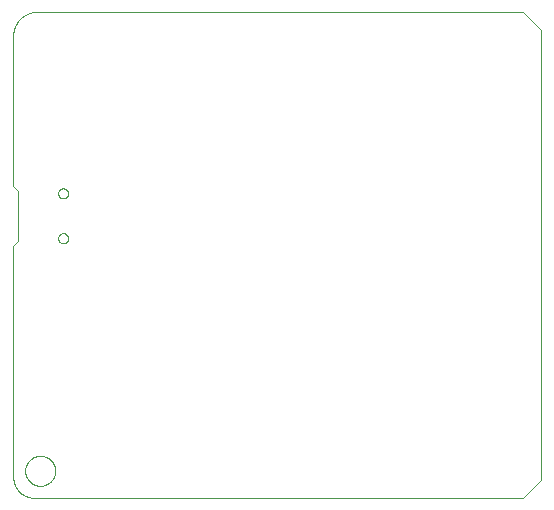
<source format=gm1>
G75*
%MOIN*%
%OFA0B0*%
%FSLAX25Y25*%
%IPPOS*%
%LPD*%
%AMOC8*
5,1,8,0,0,1.08239X$1,22.5*
%
%ADD10C,0.00000*%
D10*
X0013346Y0012400D02*
X0013346Y0089400D01*
X0015046Y0091100D01*
X0015046Y0107700D01*
X0013346Y0109400D01*
X0013346Y0159400D01*
X0013348Y0159593D01*
X0013355Y0159787D01*
X0013367Y0159979D01*
X0013383Y0160172D01*
X0013404Y0160364D01*
X0013430Y0160556D01*
X0013460Y0160747D01*
X0013495Y0160937D01*
X0013534Y0161126D01*
X0013578Y0161315D01*
X0013627Y0161502D01*
X0013680Y0161688D01*
X0013738Y0161872D01*
X0013800Y0162055D01*
X0013866Y0162237D01*
X0013937Y0162417D01*
X0014012Y0162595D01*
X0014091Y0162771D01*
X0014175Y0162946D01*
X0014262Y0163118D01*
X0014354Y0163288D01*
X0014450Y0163456D01*
X0014550Y0163621D01*
X0014654Y0163784D01*
X0014762Y0163945D01*
X0014874Y0164102D01*
X0014989Y0164257D01*
X0015109Y0164409D01*
X0015231Y0164559D01*
X0015358Y0164705D01*
X0015488Y0164848D01*
X0015621Y0164988D01*
X0015758Y0165125D01*
X0015898Y0165258D01*
X0016041Y0165388D01*
X0016187Y0165515D01*
X0016337Y0165637D01*
X0016489Y0165757D01*
X0016644Y0165872D01*
X0016801Y0165984D01*
X0016962Y0166092D01*
X0017125Y0166196D01*
X0017290Y0166296D01*
X0017458Y0166392D01*
X0017628Y0166484D01*
X0017800Y0166571D01*
X0017975Y0166655D01*
X0018151Y0166734D01*
X0018329Y0166809D01*
X0018509Y0166880D01*
X0018691Y0166946D01*
X0018874Y0167008D01*
X0019058Y0167066D01*
X0019244Y0167119D01*
X0019431Y0167168D01*
X0019620Y0167212D01*
X0019809Y0167251D01*
X0019999Y0167286D01*
X0020190Y0167316D01*
X0020382Y0167342D01*
X0020574Y0167363D01*
X0020767Y0167379D01*
X0020959Y0167391D01*
X0021153Y0167398D01*
X0021346Y0167400D01*
X0183346Y0167400D01*
X0189346Y0161400D01*
X0189346Y0011400D01*
X0183346Y0005400D01*
X0020346Y0005400D01*
X0020177Y0005402D01*
X0020008Y0005408D01*
X0019839Y0005418D01*
X0019670Y0005433D01*
X0019502Y0005451D01*
X0019335Y0005473D01*
X0019168Y0005500D01*
X0019001Y0005530D01*
X0018836Y0005565D01*
X0018671Y0005603D01*
X0018507Y0005646D01*
X0018344Y0005692D01*
X0018183Y0005743D01*
X0018023Y0005797D01*
X0017864Y0005855D01*
X0017706Y0005917D01*
X0017550Y0005982D01*
X0017396Y0006052D01*
X0017244Y0006125D01*
X0017093Y0006202D01*
X0016944Y0006282D01*
X0016797Y0006366D01*
X0016653Y0006454D01*
X0016510Y0006545D01*
X0016370Y0006639D01*
X0016232Y0006737D01*
X0016096Y0006838D01*
X0015963Y0006942D01*
X0015832Y0007050D01*
X0015704Y0007160D01*
X0015579Y0007274D01*
X0015456Y0007391D01*
X0015337Y0007510D01*
X0015220Y0007633D01*
X0015106Y0007758D01*
X0014996Y0007886D01*
X0014888Y0008017D01*
X0014784Y0008150D01*
X0014683Y0008286D01*
X0014585Y0008424D01*
X0014491Y0008564D01*
X0014400Y0008707D01*
X0014312Y0008851D01*
X0014228Y0008998D01*
X0014148Y0009147D01*
X0014071Y0009298D01*
X0013998Y0009450D01*
X0013928Y0009604D01*
X0013863Y0009760D01*
X0013801Y0009918D01*
X0013743Y0010077D01*
X0013689Y0010237D01*
X0013638Y0010398D01*
X0013592Y0010561D01*
X0013549Y0010725D01*
X0013511Y0010890D01*
X0013476Y0011055D01*
X0013446Y0011222D01*
X0013419Y0011389D01*
X0013397Y0011556D01*
X0013379Y0011724D01*
X0013364Y0011893D01*
X0013354Y0012062D01*
X0013348Y0012231D01*
X0013346Y0012400D01*
X0017346Y0014400D02*
X0017348Y0014541D01*
X0017354Y0014682D01*
X0017364Y0014822D01*
X0017378Y0014962D01*
X0017396Y0015102D01*
X0017417Y0015241D01*
X0017443Y0015380D01*
X0017472Y0015518D01*
X0017506Y0015654D01*
X0017543Y0015790D01*
X0017584Y0015925D01*
X0017629Y0016059D01*
X0017678Y0016191D01*
X0017730Y0016322D01*
X0017786Y0016451D01*
X0017846Y0016578D01*
X0017909Y0016704D01*
X0017975Y0016828D01*
X0018046Y0016951D01*
X0018119Y0017071D01*
X0018196Y0017189D01*
X0018276Y0017305D01*
X0018360Y0017418D01*
X0018446Y0017529D01*
X0018536Y0017638D01*
X0018629Y0017744D01*
X0018724Y0017847D01*
X0018823Y0017948D01*
X0018924Y0018046D01*
X0019028Y0018141D01*
X0019135Y0018233D01*
X0019244Y0018322D01*
X0019356Y0018407D01*
X0019470Y0018490D01*
X0019586Y0018570D01*
X0019705Y0018646D01*
X0019826Y0018718D01*
X0019948Y0018788D01*
X0020073Y0018853D01*
X0020199Y0018916D01*
X0020327Y0018974D01*
X0020457Y0019029D01*
X0020588Y0019081D01*
X0020721Y0019128D01*
X0020855Y0019172D01*
X0020990Y0019213D01*
X0021126Y0019249D01*
X0021263Y0019281D01*
X0021401Y0019310D01*
X0021539Y0019335D01*
X0021679Y0019355D01*
X0021819Y0019372D01*
X0021959Y0019385D01*
X0022100Y0019394D01*
X0022240Y0019399D01*
X0022381Y0019400D01*
X0022522Y0019397D01*
X0022663Y0019390D01*
X0022803Y0019379D01*
X0022943Y0019364D01*
X0023083Y0019345D01*
X0023222Y0019323D01*
X0023360Y0019296D01*
X0023498Y0019266D01*
X0023634Y0019231D01*
X0023770Y0019193D01*
X0023904Y0019151D01*
X0024038Y0019105D01*
X0024170Y0019056D01*
X0024300Y0019002D01*
X0024429Y0018945D01*
X0024556Y0018885D01*
X0024682Y0018821D01*
X0024805Y0018753D01*
X0024927Y0018682D01*
X0025047Y0018608D01*
X0025164Y0018530D01*
X0025279Y0018449D01*
X0025392Y0018365D01*
X0025503Y0018278D01*
X0025611Y0018187D01*
X0025716Y0018094D01*
X0025819Y0017997D01*
X0025919Y0017898D01*
X0026016Y0017796D01*
X0026110Y0017691D01*
X0026201Y0017584D01*
X0026289Y0017474D01*
X0026374Y0017362D01*
X0026456Y0017247D01*
X0026535Y0017130D01*
X0026610Y0017011D01*
X0026682Y0016890D01*
X0026750Y0016767D01*
X0026815Y0016642D01*
X0026877Y0016515D01*
X0026934Y0016386D01*
X0026989Y0016256D01*
X0027039Y0016125D01*
X0027086Y0015992D01*
X0027129Y0015858D01*
X0027168Y0015722D01*
X0027203Y0015586D01*
X0027235Y0015449D01*
X0027262Y0015311D01*
X0027286Y0015172D01*
X0027306Y0015032D01*
X0027322Y0014892D01*
X0027334Y0014752D01*
X0027342Y0014611D01*
X0027346Y0014470D01*
X0027346Y0014330D01*
X0027342Y0014189D01*
X0027334Y0014048D01*
X0027322Y0013908D01*
X0027306Y0013768D01*
X0027286Y0013628D01*
X0027262Y0013489D01*
X0027235Y0013351D01*
X0027203Y0013214D01*
X0027168Y0013078D01*
X0027129Y0012942D01*
X0027086Y0012808D01*
X0027039Y0012675D01*
X0026989Y0012544D01*
X0026934Y0012414D01*
X0026877Y0012285D01*
X0026815Y0012158D01*
X0026750Y0012033D01*
X0026682Y0011910D01*
X0026610Y0011789D01*
X0026535Y0011670D01*
X0026456Y0011553D01*
X0026374Y0011438D01*
X0026289Y0011326D01*
X0026201Y0011216D01*
X0026110Y0011109D01*
X0026016Y0011004D01*
X0025919Y0010902D01*
X0025819Y0010803D01*
X0025716Y0010706D01*
X0025611Y0010613D01*
X0025503Y0010522D01*
X0025392Y0010435D01*
X0025279Y0010351D01*
X0025164Y0010270D01*
X0025047Y0010192D01*
X0024927Y0010118D01*
X0024805Y0010047D01*
X0024682Y0009979D01*
X0024556Y0009915D01*
X0024429Y0009855D01*
X0024300Y0009798D01*
X0024170Y0009744D01*
X0024038Y0009695D01*
X0023904Y0009649D01*
X0023770Y0009607D01*
X0023634Y0009569D01*
X0023498Y0009534D01*
X0023360Y0009504D01*
X0023222Y0009477D01*
X0023083Y0009455D01*
X0022943Y0009436D01*
X0022803Y0009421D01*
X0022663Y0009410D01*
X0022522Y0009403D01*
X0022381Y0009400D01*
X0022240Y0009401D01*
X0022100Y0009406D01*
X0021959Y0009415D01*
X0021819Y0009428D01*
X0021679Y0009445D01*
X0021539Y0009465D01*
X0021401Y0009490D01*
X0021263Y0009519D01*
X0021126Y0009551D01*
X0020990Y0009587D01*
X0020855Y0009628D01*
X0020721Y0009672D01*
X0020588Y0009719D01*
X0020457Y0009771D01*
X0020327Y0009826D01*
X0020199Y0009884D01*
X0020073Y0009947D01*
X0019948Y0010012D01*
X0019826Y0010082D01*
X0019705Y0010154D01*
X0019586Y0010230D01*
X0019470Y0010310D01*
X0019356Y0010393D01*
X0019244Y0010478D01*
X0019135Y0010567D01*
X0019028Y0010659D01*
X0018924Y0010754D01*
X0018823Y0010852D01*
X0018724Y0010953D01*
X0018629Y0011056D01*
X0018536Y0011162D01*
X0018446Y0011271D01*
X0018360Y0011382D01*
X0018276Y0011495D01*
X0018196Y0011611D01*
X0018119Y0011729D01*
X0018046Y0011849D01*
X0017975Y0011972D01*
X0017909Y0012096D01*
X0017846Y0012222D01*
X0017786Y0012349D01*
X0017730Y0012478D01*
X0017678Y0012609D01*
X0017629Y0012741D01*
X0017584Y0012875D01*
X0017543Y0013010D01*
X0017506Y0013146D01*
X0017472Y0013282D01*
X0017443Y0013420D01*
X0017417Y0013559D01*
X0017396Y0013698D01*
X0017378Y0013838D01*
X0017364Y0013978D01*
X0017354Y0014118D01*
X0017348Y0014259D01*
X0017346Y0014400D01*
X0028335Y0091920D02*
X0028337Y0092001D01*
X0028343Y0092083D01*
X0028353Y0092164D01*
X0028367Y0092244D01*
X0028384Y0092323D01*
X0028406Y0092402D01*
X0028431Y0092479D01*
X0028460Y0092556D01*
X0028493Y0092630D01*
X0028530Y0092703D01*
X0028569Y0092774D01*
X0028613Y0092843D01*
X0028659Y0092910D01*
X0028709Y0092974D01*
X0028762Y0093036D01*
X0028818Y0093096D01*
X0028876Y0093152D01*
X0028938Y0093206D01*
X0029002Y0093257D01*
X0029068Y0093304D01*
X0029136Y0093348D01*
X0029207Y0093389D01*
X0029279Y0093426D01*
X0029354Y0093460D01*
X0029429Y0093490D01*
X0029507Y0093516D01*
X0029585Y0093539D01*
X0029664Y0093557D01*
X0029744Y0093572D01*
X0029825Y0093583D01*
X0029906Y0093590D01*
X0029988Y0093593D01*
X0030069Y0093592D01*
X0030150Y0093587D01*
X0030231Y0093578D01*
X0030312Y0093565D01*
X0030392Y0093548D01*
X0030470Y0093528D01*
X0030548Y0093503D01*
X0030625Y0093475D01*
X0030700Y0093443D01*
X0030773Y0093408D01*
X0030844Y0093369D01*
X0030914Y0093326D01*
X0030981Y0093281D01*
X0031047Y0093232D01*
X0031109Y0093180D01*
X0031169Y0093124D01*
X0031226Y0093066D01*
X0031281Y0093006D01*
X0031332Y0092942D01*
X0031380Y0092877D01*
X0031425Y0092809D01*
X0031467Y0092739D01*
X0031505Y0092667D01*
X0031540Y0092593D01*
X0031571Y0092518D01*
X0031598Y0092441D01*
X0031621Y0092363D01*
X0031641Y0092284D01*
X0031657Y0092204D01*
X0031669Y0092123D01*
X0031677Y0092042D01*
X0031681Y0091961D01*
X0031681Y0091879D01*
X0031677Y0091798D01*
X0031669Y0091717D01*
X0031657Y0091636D01*
X0031641Y0091556D01*
X0031621Y0091477D01*
X0031598Y0091399D01*
X0031571Y0091322D01*
X0031540Y0091247D01*
X0031505Y0091173D01*
X0031467Y0091101D01*
X0031425Y0091031D01*
X0031380Y0090963D01*
X0031332Y0090898D01*
X0031281Y0090834D01*
X0031226Y0090774D01*
X0031169Y0090716D01*
X0031109Y0090660D01*
X0031047Y0090608D01*
X0030981Y0090559D01*
X0030914Y0090514D01*
X0030845Y0090471D01*
X0030773Y0090432D01*
X0030700Y0090397D01*
X0030625Y0090365D01*
X0030548Y0090337D01*
X0030470Y0090312D01*
X0030392Y0090292D01*
X0030312Y0090275D01*
X0030231Y0090262D01*
X0030150Y0090253D01*
X0030069Y0090248D01*
X0029988Y0090247D01*
X0029906Y0090250D01*
X0029825Y0090257D01*
X0029744Y0090268D01*
X0029664Y0090283D01*
X0029585Y0090301D01*
X0029507Y0090324D01*
X0029429Y0090350D01*
X0029354Y0090380D01*
X0029279Y0090414D01*
X0029207Y0090451D01*
X0029136Y0090492D01*
X0029068Y0090536D01*
X0029002Y0090583D01*
X0028938Y0090634D01*
X0028876Y0090688D01*
X0028818Y0090744D01*
X0028762Y0090804D01*
X0028709Y0090866D01*
X0028659Y0090930D01*
X0028613Y0090997D01*
X0028569Y0091066D01*
X0028530Y0091137D01*
X0028493Y0091210D01*
X0028460Y0091284D01*
X0028431Y0091361D01*
X0028406Y0091438D01*
X0028384Y0091517D01*
X0028367Y0091596D01*
X0028353Y0091676D01*
X0028343Y0091757D01*
X0028337Y0091839D01*
X0028335Y0091920D01*
X0028335Y0106880D02*
X0028337Y0106961D01*
X0028343Y0107043D01*
X0028353Y0107124D01*
X0028367Y0107204D01*
X0028384Y0107283D01*
X0028406Y0107362D01*
X0028431Y0107439D01*
X0028460Y0107516D01*
X0028493Y0107590D01*
X0028530Y0107663D01*
X0028569Y0107734D01*
X0028613Y0107803D01*
X0028659Y0107870D01*
X0028709Y0107934D01*
X0028762Y0107996D01*
X0028818Y0108056D01*
X0028876Y0108112D01*
X0028938Y0108166D01*
X0029002Y0108217D01*
X0029068Y0108264D01*
X0029136Y0108308D01*
X0029207Y0108349D01*
X0029279Y0108386D01*
X0029354Y0108420D01*
X0029429Y0108450D01*
X0029507Y0108476D01*
X0029585Y0108499D01*
X0029664Y0108517D01*
X0029744Y0108532D01*
X0029825Y0108543D01*
X0029906Y0108550D01*
X0029988Y0108553D01*
X0030069Y0108552D01*
X0030150Y0108547D01*
X0030231Y0108538D01*
X0030312Y0108525D01*
X0030392Y0108508D01*
X0030470Y0108488D01*
X0030548Y0108463D01*
X0030625Y0108435D01*
X0030700Y0108403D01*
X0030773Y0108368D01*
X0030844Y0108329D01*
X0030914Y0108286D01*
X0030981Y0108241D01*
X0031047Y0108192D01*
X0031109Y0108140D01*
X0031169Y0108084D01*
X0031226Y0108026D01*
X0031281Y0107966D01*
X0031332Y0107902D01*
X0031380Y0107837D01*
X0031425Y0107769D01*
X0031467Y0107699D01*
X0031505Y0107627D01*
X0031540Y0107553D01*
X0031571Y0107478D01*
X0031598Y0107401D01*
X0031621Y0107323D01*
X0031641Y0107244D01*
X0031657Y0107164D01*
X0031669Y0107083D01*
X0031677Y0107002D01*
X0031681Y0106921D01*
X0031681Y0106839D01*
X0031677Y0106758D01*
X0031669Y0106677D01*
X0031657Y0106596D01*
X0031641Y0106516D01*
X0031621Y0106437D01*
X0031598Y0106359D01*
X0031571Y0106282D01*
X0031540Y0106207D01*
X0031505Y0106133D01*
X0031467Y0106061D01*
X0031425Y0105991D01*
X0031380Y0105923D01*
X0031332Y0105858D01*
X0031281Y0105794D01*
X0031226Y0105734D01*
X0031169Y0105676D01*
X0031109Y0105620D01*
X0031047Y0105568D01*
X0030981Y0105519D01*
X0030914Y0105474D01*
X0030845Y0105431D01*
X0030773Y0105392D01*
X0030700Y0105357D01*
X0030625Y0105325D01*
X0030548Y0105297D01*
X0030470Y0105272D01*
X0030392Y0105252D01*
X0030312Y0105235D01*
X0030231Y0105222D01*
X0030150Y0105213D01*
X0030069Y0105208D01*
X0029988Y0105207D01*
X0029906Y0105210D01*
X0029825Y0105217D01*
X0029744Y0105228D01*
X0029664Y0105243D01*
X0029585Y0105261D01*
X0029507Y0105284D01*
X0029429Y0105310D01*
X0029354Y0105340D01*
X0029279Y0105374D01*
X0029207Y0105411D01*
X0029136Y0105452D01*
X0029068Y0105496D01*
X0029002Y0105543D01*
X0028938Y0105594D01*
X0028876Y0105648D01*
X0028818Y0105704D01*
X0028762Y0105764D01*
X0028709Y0105826D01*
X0028659Y0105890D01*
X0028613Y0105957D01*
X0028569Y0106026D01*
X0028530Y0106097D01*
X0028493Y0106170D01*
X0028460Y0106244D01*
X0028431Y0106321D01*
X0028406Y0106398D01*
X0028384Y0106477D01*
X0028367Y0106556D01*
X0028353Y0106636D01*
X0028343Y0106717D01*
X0028337Y0106799D01*
X0028335Y0106880D01*
M02*

</source>
